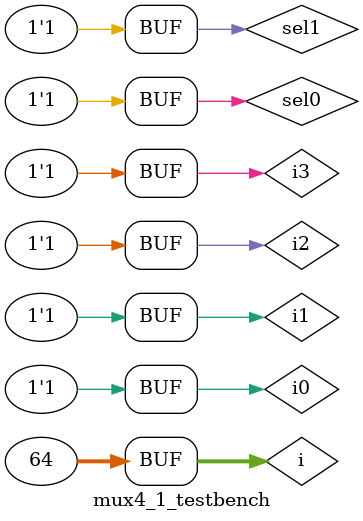
<source format=sv>
module mux4_1 (out, i0, i1, i2, i3, sel0, sel1);
	output logic out;
	input logic i0, i1, i2, i3, sel0, sel1;
	
	logic out0, out1;
	
	mux2_1 m0 (.out(out0), .i0(i0), .i1(i1), .sel(sel0));
	mux2_1 m1 (.out(out1), .i0(i2), .i1(i3), .sel(sel0));
	
	mux2_1 m (.out(out), .i0(v0), .i1(v1), .sel(sel1));
endmodule

module mux4_1_testbench();
	logic i0, i1, i2, i3, sel0, sel1;
	logic out;

	mux4_1 dut (.out, .i0, .i1, .i2, .i3, .sel0, .sel1);

	integer i;

	initial begin
		for(i=0; i<64; i++) begin
			{sel1, sel0, i0, i1, i2, i3} = i; #10;
		end
	end
endmodule

</source>
